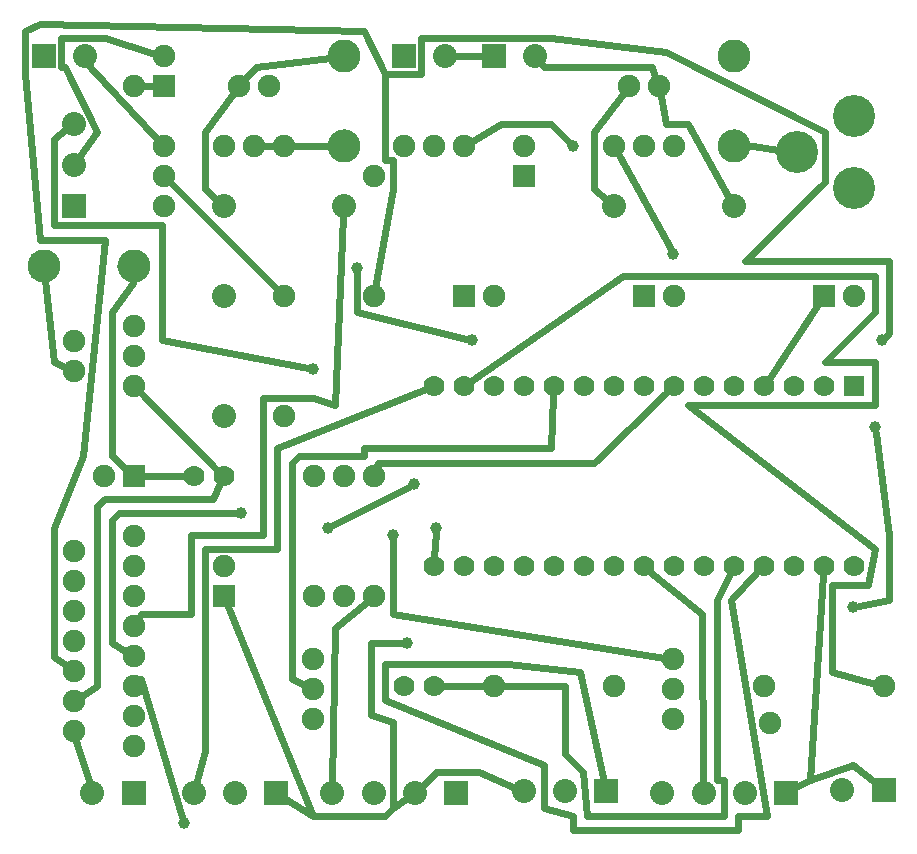
<source format=gtl>
G04 MADE WITH FRITZING*
G04 WWW.FRITZING.ORG*
G04 DOUBLE SIDED*
G04 HOLES PLATED*
G04 CONTOUR ON CENTER OF CONTOUR VECTOR*
%ASAXBY*%
%FSLAX23Y23*%
%MOIN*%
%OFA0B0*%
%SFA1.0B1.0*%
%ADD10C,0.039370*%
%ADD11C,0.075000*%
%ADD12C,0.110236*%
%ADD13C,0.074803*%
%ADD14C,0.080000*%
%ADD15C,0.082000*%
%ADD16C,0.140000*%
%ADD17C,0.070000*%
%ADD18R,0.075000X0.075000*%
%ADD19R,0.082000X0.082000*%
%ADD20R,0.080000X0.080000*%
%ADD21R,0.070000X0.069972*%
%ADD22C,0.024000*%
%LNCOPPER1*%
G90*
G70*
G54D10*
X1332Y652D03*
X1284Y1012D03*
X1020Y1564D03*
X780Y1084D03*
X1068Y1036D03*
X1356Y1180D03*
X2220Y1948D03*
X1884Y2308D03*
X2820Y772D03*
X2892Y1372D03*
X588Y52D03*
X1164Y1900D03*
X1548Y1660D03*
X2916Y1660D03*
X1428Y1036D03*
G54D11*
X1017Y597D03*
X1017Y497D03*
X1017Y397D03*
G54D12*
X2421Y2608D03*
X1121Y2608D03*
X121Y1908D03*
X421Y1908D03*
X1121Y2308D03*
X2421Y2308D03*
G54D13*
X2071Y2508D03*
X2171Y2508D03*
X2021Y2308D03*
X2121Y2308D03*
X2221Y2308D03*
X2071Y2508D03*
X2171Y2508D03*
X2021Y2308D03*
X2121Y2308D03*
X2221Y2308D03*
G54D14*
X2021Y2108D03*
X2421Y2108D03*
G54D11*
X1721Y2208D03*
X1721Y2308D03*
X2721Y1808D03*
X2821Y1808D03*
G54D15*
X2421Y2608D03*
X2421Y2310D03*
G54D16*
X2821Y2168D03*
X2821Y2408D03*
X2631Y2288D03*
G54D14*
X1621Y2608D03*
X1759Y2608D03*
G54D11*
X1521Y2308D03*
X1421Y2308D03*
X1321Y2308D03*
G54D14*
X1321Y2608D03*
X1459Y2608D03*
G54D17*
X2821Y1508D03*
X2721Y1508D03*
X2621Y1508D03*
X2521Y1508D03*
X2421Y1508D03*
X2321Y1508D03*
X2221Y1508D03*
X2121Y1508D03*
X2021Y1508D03*
X1921Y1508D03*
X1821Y1508D03*
X1721Y1508D03*
X1621Y1508D03*
X1521Y1508D03*
X1421Y1508D03*
X2821Y908D03*
X2721Y908D03*
X2621Y908D03*
X2521Y908D03*
X2421Y908D03*
X2321Y908D03*
X2221Y908D03*
X2121Y908D03*
X2021Y908D03*
X1921Y908D03*
X1821Y908D03*
X1721Y908D03*
X1621Y908D03*
X1521Y908D03*
X1421Y908D03*
G54D11*
X1221Y1808D03*
X1221Y2208D03*
G54D15*
X121Y1908D03*
X419Y1908D03*
X1121Y2608D03*
X1121Y2310D03*
G54D13*
X221Y1558D03*
X221Y1658D03*
X421Y1508D03*
X421Y1608D03*
X421Y1708D03*
X221Y1558D03*
X221Y1658D03*
X421Y1508D03*
X421Y1608D03*
X421Y1708D03*
X771Y2508D03*
X871Y2508D03*
X721Y2308D03*
X821Y2308D03*
X921Y2308D03*
X771Y2508D03*
X871Y2508D03*
X721Y2308D03*
X821Y2308D03*
X921Y2308D03*
G54D14*
X721Y1408D03*
X721Y1808D03*
X721Y2108D03*
X1121Y2108D03*
G54D11*
X421Y1208D03*
X321Y1208D03*
X521Y2508D03*
X521Y2608D03*
X1521Y1808D03*
X1621Y1808D03*
X2121Y1808D03*
X2221Y1808D03*
G54D14*
X2596Y152D03*
X2459Y152D03*
X2321Y152D03*
X2183Y152D03*
X121Y2608D03*
X259Y2608D03*
G54D13*
X221Y358D03*
X221Y458D03*
X221Y558D03*
X221Y658D03*
X221Y758D03*
X221Y858D03*
X221Y958D03*
X421Y308D03*
X421Y408D03*
X421Y508D03*
X421Y608D03*
X421Y708D03*
X421Y808D03*
X421Y908D03*
X421Y1008D03*
X221Y358D03*
X221Y458D03*
X221Y558D03*
X221Y658D03*
X221Y758D03*
X221Y858D03*
X221Y958D03*
X421Y308D03*
X421Y408D03*
X421Y508D03*
X421Y608D03*
X421Y708D03*
X421Y808D03*
X421Y908D03*
X421Y1008D03*
G54D14*
X421Y152D03*
X283Y152D03*
G54D11*
X421Y2508D03*
X2542Y386D03*
X421Y2508D03*
X2542Y386D03*
G54D17*
X621Y1208D03*
X721Y1208D03*
G54D11*
X721Y808D03*
X721Y908D03*
X1221Y808D03*
X1221Y1208D03*
X1121Y808D03*
X1121Y1208D03*
X1021Y808D03*
X1021Y1208D03*
G54D14*
X1496Y152D03*
X1359Y152D03*
X1221Y152D03*
X1083Y152D03*
X1996Y157D03*
X1859Y157D03*
X1721Y157D03*
G54D11*
X2021Y508D03*
X1621Y508D03*
G54D17*
X1321Y508D03*
X1421Y508D03*
G54D11*
X521Y2108D03*
X521Y2208D03*
X521Y2308D03*
X2217Y597D03*
X2217Y497D03*
X2217Y397D03*
G54D14*
X2921Y162D03*
X2783Y162D03*
X221Y2108D03*
X221Y2245D03*
X221Y2383D03*
G54D11*
X921Y1408D03*
X921Y1808D03*
X2921Y508D03*
X2521Y508D03*
G54D14*
X896Y151D03*
X759Y151D03*
X621Y151D03*
G54D18*
X1721Y2208D03*
X2721Y1808D03*
G54D19*
X2421Y2609D03*
G54D20*
X1621Y2608D03*
X1321Y2608D03*
G54D21*
X2821Y1508D03*
G54D19*
X120Y1908D03*
X1121Y2609D03*
G54D18*
X421Y1208D03*
X521Y2508D03*
X1521Y1808D03*
X2121Y1808D03*
G54D20*
X2596Y152D03*
X121Y2608D03*
X421Y152D03*
G54D18*
X721Y808D03*
G54D20*
X1496Y152D03*
X1996Y157D03*
X2921Y162D03*
X221Y2108D03*
X896Y151D03*
G54D22*
X156Y1588D02*
X191Y1571D01*
D02*
X126Y1861D02*
X156Y1588D01*
D02*
X828Y2572D02*
X793Y2532D01*
D02*
X1075Y2602D02*
X828Y2572D01*
D02*
X2484Y2308D02*
X2467Y2308D01*
D02*
X2570Y2296D02*
X2484Y2308D01*
D02*
X541Y2187D02*
X901Y1828D01*
D02*
X274Y181D02*
X230Y326D01*
D02*
X501Y2329D02*
X276Y2572D01*
D02*
X276Y2572D02*
X272Y2580D01*
D02*
X2143Y889D02*
X2316Y748D01*
D02*
X1092Y700D02*
X1199Y789D01*
D02*
X1083Y183D02*
X1092Y700D01*
D02*
X2316Y748D02*
X2320Y183D01*
D02*
X1956Y1252D02*
X2200Y1487D01*
D02*
X1236Y1252D02*
X1956Y1252D01*
D02*
X1230Y1235D02*
X1236Y1252D01*
D02*
X1997Y2128D02*
X1956Y2164D01*
D02*
X1956Y2356D02*
X2051Y2481D01*
D02*
X1956Y2164D02*
X1956Y2356D01*
D02*
X2160Y2538D02*
X2148Y2572D01*
D02*
X1788Y2572D02*
X1778Y2584D01*
D02*
X2148Y2572D02*
X1788Y2572D01*
D02*
X2406Y2135D02*
X2268Y2380D01*
D02*
X1447Y508D02*
X1592Y508D01*
D02*
X2408Y882D02*
X2364Y796D01*
D02*
X2196Y2380D02*
X2177Y2475D01*
D02*
X2268Y2380D02*
X2196Y2380D01*
D02*
X1932Y76D02*
X1920Y220D01*
D02*
X2388Y76D02*
X1932Y76D01*
D02*
X2388Y196D02*
X2388Y76D01*
D02*
X2364Y196D02*
X2388Y196D01*
D02*
X2364Y796D02*
X2364Y196D01*
D02*
X698Y2129D02*
X660Y2164D01*
D02*
X1860Y508D02*
X1649Y508D01*
D02*
X1860Y280D02*
X1860Y508D01*
D02*
X1920Y220D02*
X1860Y280D01*
D02*
X660Y2356D02*
X751Y2481D01*
D02*
X660Y2164D02*
X660Y2356D01*
D02*
X2500Y887D02*
X2412Y796D01*
X2412Y796D02*
X2532Y76D01*
D02*
X1884Y76D02*
X1788Y100D01*
D02*
X1884Y28D02*
X1884Y76D01*
D02*
X2436Y28D02*
X1884Y28D01*
D02*
X2436Y76D02*
X2436Y28D01*
D02*
X2532Y76D02*
X2436Y76D01*
D02*
X1668Y580D02*
X1908Y556D01*
D02*
X1260Y580D02*
X1668Y580D01*
D02*
X1260Y460D02*
X1260Y580D01*
D02*
X1788Y244D02*
X1260Y460D01*
D02*
X1788Y100D02*
X1788Y244D01*
D02*
X1908Y556D02*
X1990Y187D01*
D02*
X1812Y1300D02*
X1820Y1478D01*
D02*
X1188Y1300D02*
X1812Y1300D01*
D02*
X1188Y1276D02*
X1188Y1300D01*
D02*
X972Y1276D02*
X1188Y1276D01*
D02*
X948Y1252D02*
X972Y1276D01*
D02*
X948Y532D02*
X948Y1252D01*
D02*
X991Y510D02*
X948Y532D01*
D02*
X1490Y2608D02*
X1590Y2608D01*
D02*
X449Y2508D02*
X492Y2508D01*
D02*
X2537Y1532D02*
X2705Y1784D01*
D02*
X400Y1227D02*
X348Y1276D01*
D02*
X420Y1852D02*
X419Y1875D01*
D02*
X348Y1756D02*
X420Y1852D01*
D02*
X348Y1276D02*
X348Y1756D01*
D02*
X595Y1208D02*
X449Y1208D01*
D02*
X1284Y100D02*
X1260Y76D01*
D02*
X1284Y388D02*
X1284Y100D01*
D02*
X1212Y412D02*
X1284Y388D01*
D02*
X1212Y652D02*
X1212Y412D01*
D02*
X1313Y652D02*
X1212Y652D01*
D02*
X1020Y76D02*
X732Y781D01*
D02*
X1260Y76D02*
X1020Y76D01*
D02*
X1333Y134D02*
X1284Y100D01*
D02*
X1428Y220D02*
X1381Y173D01*
D02*
X1572Y220D02*
X1428Y220D01*
D02*
X1692Y169D02*
X1572Y220D01*
D02*
X923Y135D02*
X1020Y76D01*
D02*
X2676Y196D02*
X2719Y878D01*
D02*
X2623Y167D02*
X2676Y196D01*
D02*
X1394Y1497D02*
X900Y1300D01*
D02*
X2820Y244D02*
X2676Y196D01*
D02*
X2897Y181D02*
X2820Y244D01*
D02*
X660Y292D02*
X629Y181D01*
D02*
X660Y964D02*
X660Y292D01*
D02*
X900Y964D02*
X660Y964D01*
D02*
X900Y1300D02*
X900Y964D01*
D02*
X612Y1012D02*
X612Y748D01*
D02*
X852Y1012D02*
X612Y1012D01*
D02*
X852Y1468D02*
X852Y1012D01*
D02*
X1020Y1468D02*
X852Y1468D01*
D02*
X1092Y1444D02*
X1020Y1468D01*
D02*
X1119Y2076D02*
X1092Y1444D01*
D02*
X444Y748D02*
X437Y736D01*
D02*
X612Y748D02*
X444Y748D01*
D02*
X300Y2356D02*
X192Y2572D01*
D02*
X239Y2271D02*
X300Y2356D01*
D02*
X324Y2668D02*
X493Y2616D01*
D02*
X180Y2668D02*
X324Y2668D01*
D02*
X180Y2572D02*
X180Y2668D01*
D02*
X192Y2572D02*
X180Y2572D01*
D02*
X2188Y601D02*
X1284Y748D01*
D02*
X2868Y844D02*
X2892Y964D01*
D02*
X2748Y844D02*
X2868Y844D01*
D02*
X2748Y556D02*
X2748Y844D01*
D02*
X2893Y515D02*
X2748Y556D01*
D02*
X1284Y748D02*
X1284Y993D01*
D02*
X2892Y964D02*
X2268Y1444D01*
D02*
X2724Y1588D02*
X2892Y1756D01*
D02*
X2892Y1588D02*
X2724Y1588D01*
D02*
X2892Y1444D02*
X2892Y1588D01*
D02*
X2268Y1444D02*
X2892Y1444D01*
D02*
X2052Y1876D02*
X1545Y1524D01*
D02*
X2892Y1876D02*
X2052Y1876D01*
D02*
X2892Y1756D02*
X2892Y1876D01*
D02*
X156Y2332D02*
X156Y2044D01*
D02*
X196Y2364D02*
X156Y2332D01*
D02*
X348Y652D02*
X348Y1060D01*
D02*
X393Y625D02*
X348Y652D01*
D02*
X516Y1660D02*
X1001Y1568D01*
D02*
X516Y2044D02*
X516Y1660D01*
D02*
X156Y2044D02*
X516Y2044D01*
D02*
X372Y1084D02*
X761Y1084D01*
D02*
X348Y1060D02*
X372Y1084D01*
D02*
X1085Y1044D02*
X1339Y1171D01*
D02*
X2037Y2279D02*
X2211Y1965D01*
D02*
X1545Y2322D02*
X1644Y2380D01*
D02*
X1812Y2380D02*
X1871Y2321D01*
D02*
X1644Y2380D02*
X1812Y2380D01*
D02*
X702Y1226D02*
X444Y1484D01*
D02*
X2940Y1012D02*
X2895Y1353D01*
D02*
X2940Y796D02*
X2940Y1012D01*
D02*
X2839Y776D02*
X2940Y796D01*
D02*
X248Y475D02*
X300Y508D01*
D02*
X444Y532D02*
X583Y70D01*
D02*
X443Y531D02*
X444Y532D01*
D02*
X684Y1132D02*
X709Y1184D01*
D02*
X324Y1132D02*
X684Y1132D01*
D02*
X300Y1108D02*
X324Y1132D01*
D02*
X300Y508D02*
X300Y1108D01*
D02*
X1164Y1756D02*
X1530Y1665D01*
D02*
X1164Y1881D02*
X1164Y1756D01*
D02*
X1226Y1836D02*
X1284Y2164D01*
D02*
X1380Y2668D02*
X1812Y2668D01*
D02*
X1380Y2548D02*
X1380Y2668D01*
D02*
X1260Y2548D02*
X1380Y2548D01*
D02*
X1260Y2260D02*
X1260Y2548D01*
D02*
X1284Y2260D02*
X1260Y2260D01*
D02*
X1284Y2164D02*
X1284Y2260D01*
D02*
X2196Y2620D02*
X2724Y2356D01*
D02*
X1812Y2668D02*
X2196Y2620D01*
D02*
X2724Y2188D02*
X2460Y1924D01*
D02*
X2724Y2356D02*
X2724Y2188D01*
D02*
X2940Y1684D02*
X2929Y1673D01*
D02*
X2940Y1924D02*
X2940Y1684D01*
D02*
X2460Y1924D02*
X2940Y1924D01*
D02*
X1427Y1017D02*
X1422Y937D01*
D02*
X194Y577D02*
X156Y604D01*
D02*
X252Y1276D02*
X324Y1996D01*
D02*
X156Y1036D02*
X252Y1276D01*
D02*
X156Y604D02*
X156Y1036D01*
D02*
X108Y1996D02*
X60Y2548D01*
D02*
X324Y1996D02*
X108Y1996D01*
D02*
X108Y2716D02*
X1188Y2692D01*
D02*
X60Y2692D02*
X108Y2716D01*
D02*
X60Y2548D02*
X60Y2692D01*
D02*
X1188Y2692D02*
X1260Y2548D01*
D02*
X2421Y2277D02*
X2421Y2354D01*
D02*
X1121Y2277D02*
X1121Y2354D01*
D02*
X888Y2308D02*
X853Y2308D01*
D02*
X1074Y2308D02*
X953Y2308D01*
D02*
X451Y1908D02*
X374Y1908D01*
G04 End of Copper1*
M02*
</source>
